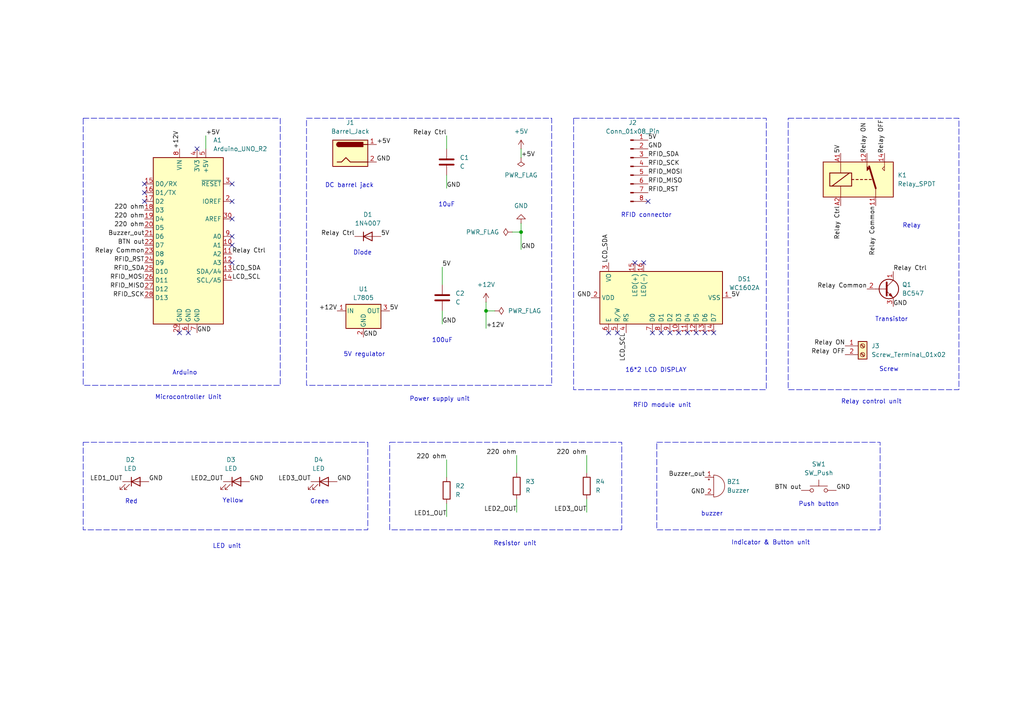
<source format=kicad_sch>
(kicad_sch (version 20250114) (generator "eeschema") (generator_version "9.0")
  (paper "A4")
  (lib_symbols
    (symbol "Connector:Barrel_Jack" (pin_names (offset 1.016))
      (property "Reference" "J" (at 0 5.334 0))
      (property "Value" "Barrel_Jack" (at 0 -5.08 0))
      (symbol "Barrel_Jack_0_1"
        (rectangle (start -5.08 3.81) (end 5.08 -3.81) (stroke (width 0.254)) (fill (type background)))
        (polyline (pts (xy -3.81 -2.54) (xy -2.54 -2.54) (xy -1.27 -1.27) (xy 0 -2.54) (xy 2.54 -2.54) (xy 5.08 -2.54)) (stroke (width 0.254)))
        (arc (start -3.302 1.905) (mid -3.9343 2.54) (end -3.302 3.175) (stroke (width 0.254)))
        (arc (start -3.302 1.905) (mid -3.9343 2.54) (end -3.302 3.175) (stroke (width 0.254)) (fill (type outline)))
        (rectangle (start 3.683 3.175) (end -3.302 1.905) (stroke (width 0.254)) (fill (type outline)))
        (polyline (pts (xy 5.08 2.54) (xy 3.81 2.54)) (stroke (width 0.254)))
      )
      (symbol "Barrel_Jack_1_1"
        (pin passive line (at 7.62 2.54 180) (length 2.54) (name "~") (number "1"))
        (pin passive line (at 7.62 -2.54 180) (length 2.54) (name "~") (number "2"))
      )
    )
    (symbol "Connector:Conn_01x08_Pin" (pin_names (offset 1.016) (hide yes))
      (property "Reference" "J" (at 0 10.16 0))
      (property "Value" "Conn_01x08_Pin" (at 0 -12.7 0))
      (symbol "Conn_01x08_Pin_1_1"
        (rectangle (start 0.8636 7.747) (end 0 7.493) (stroke (width 0.1524)) (fill (type outline)))
        (rectangle (start 0.8636 5.207) (end 0 4.953) (stroke (width 0.1524)) (fill (type outline)))
        (rectangle (start 0.8636 2.667) (end 0 2.413) (stroke (width 0.1524)) (fill (type outline)))
        (rectangle (start 0.8636 0.127) (end 0 -0.127) (stroke (width 0.1524)) (fill (type outline)))
        (rectangle (start 0.8636 -2.413) (end 0 -2.667) (stroke (width 0.1524)) (fill (type outline)))
        (rectangle (start 0.8636 -4.953) (end 0 -5.207) (stroke (width 0.1524)) (fill (type outline)))
        (rectangle (start 0.8636 -7.493) (end 0 -7.747) (stroke (width 0.1524)) (fill (type outline)))
        (rectangle (start 0.8636 -10.033) (end 0 -10.287) (stroke (width 0.1524)) (fill (type outline)))
        (polyline (pts (xy 1.27 7.62) (xy 0.8636 7.62)) (stroke (width 0.1524)))
        (polyline (pts (xy 1.27 5.08) (xy 0.8636 5.08)) (stroke (width 0.1524)))
        (polyline (pts (xy 1.27 2.54) (xy 0.8636 2.54)) (stroke (width 0.1524)))
        (polyline (pts (xy 1.27 0) (xy 0.8636 0)) (stroke (width 0.1524)))
        (polyline (pts (xy 1.27 -2.54) (xy 0.8636 -2.54)) (stroke (width 0.1524)))
        (polyline (pts (xy 1.27 -5.08) (xy 0.8636 -5.08)) (stroke (width 0.1524)))
        (polyline (pts (xy 1.27 -7.62) (xy 0.8636 -7.62)) (stroke (width 0.1524)))
        (polyline (pts (xy 1.27 -10.16) (xy 0.8636 -10.16)) (stroke (width 0.1524)))
        (pin passive line (at 5.08 7.62 180) (length 3.81) (name "Pin_1") (number "1"))
        (pin passive line (at 5.08 5.08 180) (length 3.81) (name "Pin_2") (number "2"))
        (pin passive line (at 5.08 2.54 180) (length 3.81) (name "Pin_3") (number "3"))
        (pin passive line (at 5.08 0 180) (length 3.81) (name "Pin_4") (number "4"))
        (pin passive line (at 5.08 -2.54 180) (length 3.81) (name "Pin_5") (number "5"))
        (pin passive line (at 5.08 -5.08 180) (length 3.81) (name "Pin_6") (number "6"))
        (pin passive line (at 5.08 -7.62 180) (length 3.81) (name "Pin_7") (number "7"))
        (pin passive line (at 5.08 -10.16 180) (length 3.81) (name "Pin_8") (number "8"))
      )
    )
    (symbol "Connector:Screw_Terminal_01x02" (pin_names (offset 1.016) (hide yes))
      (property "Reference" "J" (at 0 2.54 0))
      (property "Value" "Screw_Terminal_01x02" (at 0 -5.08 0))
      (symbol "Screw_Terminal_01x02_1_1"
        (rectangle (start -1.27 1.27) (end 1.27 -3.81) (stroke (width 0.254)) (fill (type background)))
        (polyline (pts (xy -0.5334 0.3302) (xy 0.3302 -0.508)) (stroke (width 0.1524)))
        (polyline (pts (xy -0.5334 -2.2098) (xy 0.3302 -3.048)) (stroke (width 0.1524)))
        (polyline (pts (xy -0.3556 0.508) (xy 0.508 -0.3302)) (stroke (width 0.1524)))
        (polyline (pts (xy -0.3556 -2.032) (xy 0.508 -2.8702)) (stroke (width 0.1524)))
        (circle (center 0 0) (radius 0.635) (stroke (width 0.1524)))
        (circle (center 0 -2.54) (radius 0.635) (stroke (width 0.1524)))
        (pin passive line (at -5.08 0 0) (length 3.81) (name "Pin_1") (number "1"))
        (pin passive line (at -5.08 -2.54 0) (length 3.81) (name "Pin_2") (number "2"))
      )
    )
    (symbol "Device:Buzzer" (pin_names (offset 0.0254) (hide yes))
      (property "Reference" "BZ" (at 3.81 1.27 0))
      (property "Value" "Buzzer" (at 3.81 -1.27 0))
      (symbol "Buzzer_0_1"
        (polyline (pts (xy -1.651 1.905) (xy -1.143 1.905)))
        (polyline (pts (xy -1.397 2.159) (xy -1.397 1.651)))
        (arc (start 0 3.175) (mid 3.1612 0) (end 0 -3.175))
        (polyline (pts (xy 0 3.175) (xy 0 -3.175)))
      )
      (symbol "Buzzer_1_1"
        (pin passive line (at -2.54 2.54 0) (length 2.54) (name "+") (number "1"))
        (pin passive line (at -2.54 -2.54 0) (length 2.54) (name "-") (number "2"))
      )
    )
    (symbol "Device:C" (pin_numbers (hide yes)) (pin_names (offset 0.254))
      (property "Reference" "C" (at 0.635 2.54 0))
      (property "Value" "C" (at 0.635 -2.54 0))
      (symbol "C_0_1"
        (polyline (pts (xy -2.032 0.762) (xy 2.032 0.762)) (stroke (width 0.508)))
        (polyline (pts (xy -2.032 -0.762) (xy 2.032 -0.762)) (stroke (width 0.508)))
      )
      (symbol "C_1_1"
        (pin passive line (at 0 3.81 270) (length 2.794) (name "~") (number "1"))
        (pin passive line (at 0 -3.81 90) (length 2.794) (name "~") (number "2"))
      )
    )
    (symbol "Device:LED" (pin_numbers (hide yes)) (pin_names (offset 1.016) (hide yes))
      (property "Reference" "D" (at 0 2.54 0))
      (property "Value" "LED" (at 0 -2.54 0))
      (symbol "LED_0_1"
        (polyline (pts (xy -3.048 -0.762) (xy -4.572 -2.286) (xy -3.81 -2.286) (xy -4.572 -2.286) (xy -4.572 -1.524)))
        (polyline (pts (xy -1.778 -0.762) (xy -3.302 -2.286) (xy -2.54 -2.286) (xy -3.302 -2.286) (xy -3.302 -1.524)))
        (polyline (pts (xy -1.27 0) (xy 1.27 0)))
        (polyline (pts (xy -1.27 -1.27) (xy -1.27 1.27)) (stroke (width 0.254)))
        (polyline (pts (xy 1.27 -1.27) (xy 1.27 1.27) (xy -1.27 0) (xy 1.27 -1.27)) (stroke (width 0.254)))
      )
      (symbol "LED_1_1"
        (pin passive line (at -3.81 0 0) (length 2.54) (name "K") (number "1"))
        (pin passive line (at 3.81 0 180) (length 2.54) (name "A") (number "2"))
      )
    )
    (symbol "Device:R" (pin_numbers (hide yes)) (pin_names (offset 0))
      (property "Reference" "R" (at 2.032 0 90))
      (property "Value" "R" (at 0 0 90))
      (symbol "R_0_1"
        (rectangle (start -1.016 -2.54) (end 1.016 2.54) (stroke (width 0.254)))
      )
      (symbol "R_1_1"
        (pin passive line (at 0 3.81 270) (length 1.27) (name "~") (number "1"))
        (pin passive line (at 0 -3.81 90) (length 1.27) (name "~") (number "2"))
      )
    )
    (symbol "Diode:1N4007" (pin_numbers (hide yes)) (pin_names (hide yes))
      (property "Reference" "D" (at 0 2.54 0))
      (property "Value" "1N4007" (at 0 -2.54 0))
      (symbol "1N4007_0_1"
        (polyline (pts (xy -1.27 1.27) (xy -1.27 -1.27)) (stroke (width 0.254)))
        (polyline (pts (xy 1.27 1.27) (xy 1.27 -1.27) (xy -1.27 0) (xy 1.27 1.27)) (stroke (width 0.254)))
        (polyline (pts (xy 1.27 0) (xy -1.27 0)))
      )
      (symbol "1N4007_1_1"
        (pin passive line (at -3.81 0 0) (length 2.54) (name "K") (number "1"))
        (pin passive line (at 3.81 0 180) (length 2.54) (name "A") (number "2"))
      )
    )
    (symbol "Display_Character:WC1602A"
      (property "Reference" "DS" (at -5.842 19.05 0))
      (property "Value" "WC1602A" (at 5.334 19.05 0))
      (symbol "WC1602A_1_1"
        (rectangle (start -7.62 17.78) (end 7.62 -17.78) (stroke (width 0.254)) (fill (type background)))
        (pin input line (at -10.16 15.24 0) (length 2.54) (name "E") (number "6"))
        (pin input line (at -10.16 12.7 0) (length 2.54) (name "R/W") (number "5"))
        (pin input line (at -10.16 10.16 0) (length 2.54) (name "RS") (number "4"))
        (pin input line (at -10.16 2.54 0) (length 2.54) (name "D0") (number "7"))
        (pin input line (at -10.16 0 0) (length 2.54) (name "D1") (number "8"))
        (pin input line (at -10.16 -2.54 0) (length 2.54) (name "D2") (number "9"))
        (pin input line (at -10.16 -5.08 0) (length 2.54) (name "D3") (number "10"))
        (pin input line (at -10.16 -7.62 0) (length 2.54) (name "D4") (number "11"))
        (pin input line (at -10.16 -10.16 0) (length 2.54) (name "D5") (number "12"))
        (pin input line (at -10.16 -12.7 0) (length 2.54) (name "D6") (number "13"))
        (pin input line (at -10.16 -15.24 0) (length 2.54) (name "D7") (number "14"))
        (pin power_in line (at 0 20.32 270) (length 2.54) (name "VDD") (number "2"))
        (pin power_in line (at 0 -20.32 90) (length 2.54) (name "VSS") (number "1"))
        (pin input line (at 10.16 15.24 180) (length 2.54) (name "VO") (number "3"))
        (pin power_in line (at 10.16 7.62 180) (length 2.54) (name "LED(+)") (number "15"))
        (pin power_in line (at 10.16 5.08 180) (length 2.54) (name "LED(-)") (number "16"))
      )
    )
    (symbol "MCU_Module:Arduino_UNO_R2"
      (property "Reference" "A1" (at 7.2233 27.94 0))
      (property "Value" "Arduino_UNO_R2" (at 7.2233 25.4 0))
      (symbol "Arduino_UNO_R2_0_1"
        (rectangle (start -10.16 22.86) (end 10.16 -25.4) (stroke (width 0.254)) (fill (type background)))
      )
      (symbol "Arduino_UNO_R2_1_1"
        (pin bidirectional line (at -12.7 15.24 0) (length 2.54) (name "D0/RX") (number "15"))
        (pin bidirectional line (at -12.7 12.7 0) (length 2.54) (name "D1/TX") (number "16"))
        (pin bidirectional line (at -12.7 10.16 0) (length 2.54) (name "D2") (number "17"))
        (pin bidirectional line (at -12.7 7.62 0) (length 2.54) (name "D3") (number "18"))
        (pin bidirectional line (at -12.7 5.08 0) (length 2.54) (name "D4") (number "19"))
        (pin bidirectional line (at -12.7 2.54 0) (length 2.54) (name "D5") (number "20"))
        (pin bidirectional line (at -12.7 0 0) (length 2.54) (name "D6") (number "21"))
        (pin bidirectional line (at -12.7 -2.54 0) (length 2.54) (name "D7") (number "22"))
        (pin bidirectional line (at -12.7 -5.08 0) (length 2.54) (name "D8") (number "23"))
        (pin bidirectional line (at -12.7 -7.62 0) (length 2.54) (name "D9") (number "24"))
        (pin bidirectional line (at -12.7 -10.16 0) (length 2.54) (name "D10") (number "25"))
        (pin bidirectional line (at -12.7 -12.7 0) (length 2.54) (name "D11") (number "26"))
        (pin bidirectional line (at -12.7 -15.24 0) (length 2.54) (name "D12") (number "27"))
        (pin bidirectional line (at -12.7 -17.78 0) (length 2.54) (name "D13") (number "28"))
        (pin no_connect line (at -10.16 -20.32 0) (length 2.54) (hide yes) (name "NC") (number "1"))
        (pin power_in line (at -2.54 25.4 270) (length 2.54) (name "VIN") (number "8"))
        (pin power_in line (at -2.54 -27.94 90) (length 2.54) (name "GND") (number "29"))
        (pin power_in line (at 0 -27.94 90) (length 2.54) (name "GND") (number "6"))
        (pin power_out line (at 2.54 25.4 270) (length 2.54) (name "3V3") (number "4"))
        (pin power_in line (at 2.54 -27.94 90) (length 2.54) (name "GND") (number "7"))
        (pin power_in line (at 5.08 25.4 270) (length 2.54) (name "+5V") (number "5"))
        (pin input line (at 12.7 15.24 180) (length 2.54) (name "~{RESET}") (number "3"))
        (pin output line (at 12.7 10.16 180) (length 2.54) (name "IOREF") (number "2"))
        (pin input line (at 12.7 5.08 180) (length 2.54) (name "AREF") (number "30"))
        (pin bidirectional line (at 12.7 0 180) (length 2.54) (name "A0") (number "9"))
        (pin bidirectional line (at 12.7 -2.54 180) (length 2.54) (name "A1") (number "10"))
        (pin bidirectional line (at 12.7 -5.08 180) (length 2.54) (name "A2") (number "11"))
        (pin bidirectional line (at 12.7 -7.62 180) (length 2.54) (name "A3") (number "12"))
        (pin bidirectional line (at 12.7 -10.16 180) (length 2.54) (name "SDA/A4") (number "13"))
        (pin bidirectional line (at 12.7 -12.7 180) (length 2.54) (name "SCL/A5") (number "14"))
      )
    )
    (symbol "Regulator_Linear:L7805" (pin_names (offset 0.254))
      (property "Reference" "U" (at -3.81 3.175 0))
      (property "Value" "L7805" (at 0 3.175 0))
      (symbol "L7805_0_1"
        (rectangle (start -5.08 1.905) (end 5.08 -5.08) (stroke (width 0.254)) (fill (type background)))
      )
      (symbol "L7805_1_1"
        (pin power_in line (at -7.62 0 0) (length 2.54) (name "IN") (number "1"))
        (pin power_in line (at 0 -7.62 90) (length 2.54) (name "GND") (number "2"))
        (pin power_out line (at 7.62 0 180) (length 2.54) (name "OUT") (number "3"))
      )
    )
    (symbol "Relay:Relay_SPDT"
      (property "Reference" "K" (at 11.43 3.81 0))
      (property "Value" "Relay_SPDT" (at 11.43 1.27 0))
      (symbol "Relay_SPDT_0_0"
        (polyline (pts (xy 7.62 5.08) (xy 7.62 2.54) (xy 6.985 3.175) (xy 7.62 3.81)))
      )
      (symbol "Relay_SPDT_0_1"
        (rectangle (start -10.16 5.08) (end 10.16 -5.08) (stroke (width 0.254)) (fill (type background)))
        (rectangle (start -8.255 1.905) (end -1.905 -1.905) (stroke (width 0.254)))
        (polyline (pts (xy -7.62 -1.905) (xy -2.54 1.905)) (stroke (width 0.254)))
        (polyline (pts (xy -5.08 5.08) (xy -5.08 1.905)))
        (polyline (pts (xy -5.08 -5.08) (xy -5.08 -1.905)))
        (polyline (pts (xy -1.905 0) (xy -1.27 0)) (stroke (width 0.254)))
        (polyline (pts (xy -0.635 0) (xy 0 0)) (stroke (width 0.254)))
        (polyline (pts (xy 0.635 0) (xy 1.27 0)) (stroke (width 0.254)))
        (polyline (pts (xy 1.905 0) (xy 2.54 0)) (stroke (width 0.254)))
        (polyline (pts (xy 2.54 5.08) (xy 2.54 2.54) (xy 3.175 3.175) (xy 2.54 3.81)) (fill (type outline)))
        (polyline (pts (xy 3.175 0) (xy 3.81 0)) (stroke (width 0.254)))
        (polyline (pts (xy 5.08 -2.54) (xy 3.175 3.81)) (stroke (width 0.508)))
        (polyline (pts (xy 5.08 -2.54) (xy 5.08 -5.08)))
      )
      (symbol "Relay_SPDT_1_1"
        (pin passive line (at -5.08 7.62 270) (length 2.54) (name "~") (number "A1"))
        (pin passive line (at -5.08 -7.62 90) (length 2.54) (name "~") (number "A2"))
        (pin passive line (at 2.54 7.62 270) (length 2.54) (name "~") (number "12"))
        (pin passive line (at 5.08 -7.62 90) (length 2.54) (name "~") (number "11"))
        (pin passive line (at 7.62 7.62 270) (length 2.54) (name "~") (number "14"))
      )
    )
    (symbol "Switch:SW_Push" (pin_numbers (hide yes)) (pin_names (offset 1.016) (hide yes))
      (property "Reference" "SW" (at 1.27 2.54 0))
      (property "Value" "SW_Push" (at 0 -1.524 0))
      (symbol "SW_Push_0_1"
        (circle (center -2.032 0) (radius 0.508))
        (polyline (pts (xy 0 1.27) (xy 0 3.048)))
        (circle (center 2.032 0) (radius 0.508))
        (polyline (pts (xy 2.54 1.27) (xy -2.54 1.27)))
        (pin passive line (at -5.08 0 0) (length 2.54) (name "1") (number "1"))
        (pin passive line (at 5.08 0 180) (length 2.54) (name "2") (number "2"))
      )
    )
    (symbol "Transistor_BJT:BC547" (pin_names (offset 0) (hide yes))
      (property "Reference" "Q" (at 5.08 1.905 0))
      (property "Value" "BC547" (at 5.08 0 0))
      (symbol "BC547_0_1"
        (polyline (pts (xy -2.54 0) (xy 0.635 0)))
        (polyline (pts (xy 0.635 1.905) (xy 0.635 -1.905)) (stroke (width 0.508)))
        (circle (center 1.27 0) (radius 2.8194) (stroke (width 0.254)))
      )
      (symbol "BC547_1_1"
        (polyline (pts (xy 0.635 0.635) (xy 2.54 2.54)))
        (polyline (pts (xy 0.635 -0.635) (xy 2.54 -2.54)))
        (polyline (pts (xy 1.27 -1.778) (xy 1.778 -1.27) (xy 2.286 -2.286) (xy 1.27 -1.778)) (fill (type outline)))
        (pin input line (at -5.08 0 0) (length 2.54) (name "B") (number "2"))
        (pin passive line (at 2.54 5.08 270) (length 2.54) (name "C") (number "1"))
        (pin passive line (at 2.54 -5.08 90) (length 2.54) (name "E") (number "3"))
      )
    )
    (symbol "power:+12V" (power) (pin_numbers (hide yes)) (pin_names (offset 0) (hide yes))
      (property "Value" "+12V" (at 0 3.556 0))
      (symbol "+12V_0_1"
        (polyline (pts (xy -0.762 1.27) (xy 0 2.54)))
        (polyline (pts (xy 0 2.54) (xy 0.762 1.27)))
        (polyline (pts (xy 0 0) (xy 0 2.54)))
      )
      (symbol "+12V_1_1"
        (pin power_in line (at 0 0 90) (length 0) (name "~") (number "1"))
      )
    )
    (symbol "power:+5V" (power) (pin_numbers (hide yes)) (pin_names (offset 0) (hide yes))
      (property "Value" "+5V" (at 0 3.556 0))
      (symbol "+5V_0_1"
        (polyline (pts (xy -0.762 1.27) (xy 0 2.54)))
        (polyline (pts (xy 0 2.54) (xy 0.762 1.27)))
        (polyline (pts (xy 0 0) (xy 0 2.54)))
      )
      (symbol "+5V_1_1"
        (pin power_in line (at 0 0 90) (length 0) (name "~") (number "1"))
      )
    )
    (symbol "power:GND" (power) (pin_numbers (hide yes)) (pin_names (offset 0) (hide yes))
      (property "Value" "GND" (at 0 -3.81 0))
      (symbol "GND_0_1"
        (polyline (pts (xy 0 0) (xy 0 -1.27) (xy 1.27 -1.27) (xy 0 -2.54) (xy -1.27 -1.27) (xy 0 -1.27)))
      )
      (symbol "GND_1_1"
        (pin power_in line (at 0 0 270) (length 0) (name "~") (number "1"))
      )
    )
    (symbol "power:PWR_FLAG" (power) (pin_numbers (hide yes)) (pin_names (offset 0) (hide yes))
      (property "Value" "PWR_FLAG" (at 0 3.81 0))
      (symbol "PWR_FLAG_0_0"
        (pin power_out line (at 0 0 90) (length 0) (name "~") (number "1"))
      )
      (symbol "PWR_FLAG_0_1"
        (polyline (pts (xy 0 0) (xy 0 1.27) (xy -1.016 1.905) (xy 0 2.54) (xy 1.016 1.905) (xy 0 1.27)))
      )
    )
  )
  (rectangle (start 113.03 128.27) (end 180.34 153.67) (stroke (width 0) (type dash)))
  (rectangle (start 166.37 34.29) (end 222.25 113.03) (stroke (width 0) (type dash)))
  (rectangle (start 24.13 128.27) (end 106.68 153.67) (stroke (width 0) (type dash)))
  (rectangle (start 228.6 34.29) (end 278.13 113.03) (stroke (width 0) (type dash)))
  (rectangle (start 190.5 128.27) (end 255.27 153.67) (stroke (width 0) (type dash)))
  (rectangle (start 88.9 34.29) (end 160.02 111.76) (stroke (width 0) (type dash)))
  (rectangle (start 24.13 34.29) (end 81.28 111.76) (stroke (width 0) (type dash)))
  (text "RFID module unit" (at 192.024 117.602 0) (effects (font (size 1.27 1.27))))
  (text "Relay control unit" (at 252.73 116.586 0) (effects (font (size 1.27 1.27))))
  (text "Red" (at 38.1 145.542 0) (effects (font (size 1.27 1.27))))
  (text "Green" (at 92.71 145.542 0) (effects (font (size 1.27 1.27))))
  (text "16*2 LCD DISPLAY" (at 190.246 107.442 0) (effects (font (size 1.27 1.27))))
  (text "Screw" (at 257.81 107.188 0) (effects (font (size 1.27 1.27))))
  (text "5V regulator" (at 105.664 102.87 0) (effects (font (size 1.27 1.27))))
  (text "Push button" (at 237.49 146.304 0) (effects (font (size 1.27 1.27))))
  (text "Microcontroller Unit" (at 54.61 115.316 0) (effects (font (size 1.27 1.27))))
  (text "Arduino" (at 53.594 108.204 0) (effects (font (size 1.27 1.27))))
  (text "Yellow" (at 67.564 145.288 0) (effects (font (size 1.27 1.27))))
  (text "10uF" (at 129.54 59.436 0) (effects (font (size 1.27 1.27))))
  (text "LED unit" (at 65.786 158.496 0) (effects (font (size 1.27 1.27))))
  (text "Transistor" (at 258.572 92.71 0) (effects (font (size 1.27 1.27))))
  (text "buzzer" (at 206.502 149.098 0) (effects (font (size 1.27 1.27))))
  (text "Resistor unit" (at 149.352 157.734 0) (effects (font (size 1.27 1.27))))
  (text "Diode" (at 105.156 73.406 0) (effects (font (size 1.27 1.27))))
  (text "Power supply unit" (at 127.508 115.824 0) (effects (font (size 1.27 1.27))))
  (text "100uF" (at 128.27 98.806 0) (effects (font (size 1.27 1.27))))
  (text "Relay" (at 264.414 65.532 0) (effects (font (size 1.27 1.27))))
  (text "DC barrel jack" (at 101.346 53.848 0) (effects (font (size 1.27 1.27))))
  (text "RFID connector" (at 187.452 62.484 0) (effects (font (size 1.27 1.27))))
  (text "Indicator & Button unit" (at 223.52 157.48 0) (effects (font (size 1.27 1.27))))
  (junction (at 151.13 67.31))
  (junction (at 140.97 90.17))
  (no_connect (at 67.31 71.12))
  (no_connect (at 67.31 76.2))
  (no_connect (at 41.91 58.42))
  (no_connect (at 54.61 96.52))
  (no_connect (at 67.31 68.58))
  (no_connect (at 189.23 96.52))
  (no_connect (at 186.69 76.2))
  (no_connect (at 187.96 58.42))
  (no_connect (at 191.77 96.52))
  (no_connect (at 57.15 43.18))
  (no_connect (at 201.93 96.52))
  (no_connect (at 176.53 96.52))
  (no_connect (at 67.31 58.42))
  (no_connect (at 52.07 96.52))
  (no_connect (at 41.91 53.34))
  (no_connect (at 196.85 96.52))
  (no_connect (at 204.47 96.52))
  (no_connect (at 67.31 53.34))
  (no_connect (at 194.31 96.52))
  (no_connect (at 41.91 55.88))
  (no_connect (at 67.31 63.5))
  (no_connect (at 207.01 96.52))
  (no_connect (at 179.07 96.52))
  (no_connect (at 199.39 96.52))
  (no_connect (at 184.15 76.2))
  (wire (pts (xy 151.13 43.18) (xy 151.13 45.72)))
  (wire (pts (xy 149.86 144.78) (xy 149.86 148.59)))
  (wire (pts (xy 59.69 39.37) (xy 59.69 43.18)))
  (wire (pts (xy 170.18 132.08) (xy 170.18 137.16)))
  (wire (pts (xy 149.86 132.08) (xy 149.86 137.16)))
  (wire (pts (xy 140.97 90.17) (xy 140.97 95.25)))
  (wire (pts (xy 140.97 90.17) (xy 143.51 90.17)))
  (wire (pts (xy 128.27 77.47) (xy 128.27 82.55)))
  (wire (pts (xy 129.54 133.35) (xy 129.54 138.43)))
  (wire (pts (xy 151.13 64.77) (xy 151.13 67.31)))
  (wire (pts (xy 129.54 146.05) (xy 129.54 149.86)))
  (wire (pts (xy 129.54 39.37) (xy 129.54 43.18)))
  (wire (pts (xy 170.18 144.78) (xy 170.18 148.59)))
  (wire (pts (xy 129.54 50.8) (xy 129.54 54.61)))
  (wire (pts (xy 128.27 90.17) (xy 128.27 93.98)))
  (wire (pts (xy 151.13 67.31) (xy 151.13 72.39)))
  (wire (pts (xy 148.59 67.31) (xy 151.13 67.31)))
  (wire (pts (xy 140.97 87.63) (xy 140.97 90.17)))
  (label "LED2_OUT" (at 149.86 148.59 180))
  (label "RFID_SCK" (at 187.96 48.26 0))
  (label "220 ohm" (at 149.86 132.08 180))
  (label "5V" (at 212.09 86.36 0))
  (label "GND" (at 171.45 86.36 180))
  (label "LCD_SCL" (at 67.31 81.28 0))
  (label "GND" (at 97.79 139.7 0))
  (label "220 ohm" (at 41.91 66.04 180))
  (label "+5V" (at 151.13 45.72 0))
  (label "LCD_SDA" (at 176.53 76.2 90))
  (label "BTN out" (at 232.41 142.24 180))
  (label "RFID_MISO" (at 41.91 83.82 180))
  (label "LCD_SDA" (at 67.31 78.74 0))
  (label "5V" (at 243.84 44.45 90))
  (label "RFID_RST" (at 187.96 55.88 0))
  (label "RFID_MOSI" (at 41.91 81.28 180))
  (label "LED1_OUT" (at 129.54 149.86 180))
  (label "GND" (at 151.13 72.39 0))
  (label "GND" (at 72.39 139.7 0))
  (label "Relay Ctrl" (at 129.54 39.37 180))
  (label "GND" (at 128.27 93.98 0))
  (label "Buzzer_out" (at 204.47 138.43 180))
  (label "Relay Common" (at 251.46 83.82 180))
  (label "GND" (at 259.08 88.9 0))
  (label "GND" (at 57.15 96.52 0))
  (label "Relay Ctrl" (at 102.87 68.58 180))
  (label "GND" (at 242.57 142.24 0))
  (label "GND" (at 187.96 43.18 0))
  (label "+5V" (at 109.22 41.91 0))
  (label "5V" (at 110.49 68.58 0))
  (label "Relay Ctrl" (at 67.31 73.66 0))
  (label "220 ohm" (at 41.91 63.5 180))
  (label "Relay ON" (at 251.46 44.45 90))
  (label "220 ohm" (at 41.91 60.96 180))
  (label "5V" (at 113.03 90.17 0))
  (label "Relay Common" (at 254 59.69 270))
  (label "GND" (at 204.47 143.51 180))
  (label "Relay OFF" (at 245.11 102.87 180))
  (label "+12V" (at 140.97 95.25 0))
  (label "5V" (at 128.27 77.47 0))
  (label "Relay Ctrl" (at 243.84 59.69 270))
  (label "GND" (at 43.18 139.7 0))
  (label "GND" (at 129.54 54.61 0))
  (label "+5V" (at 59.69 39.37 0))
  (label "LCD_SCL" (at 181.61 96.52 270))
  (label "GND" (at 105.41 97.79 0))
  (label "RFID_SDA" (at 41.91 78.74 180))
  (label "RFID_SDA" (at 187.96 45.72 0))
  (label "RFID_MISO" (at 187.96 53.34 0))
  (label "LED3_OUT" (at 170.18 148.59 180))
  (label "+12V" (at 97.79 90.17 180))
  (label "220 ohm" (at 170.18 132.08 180))
  (label "LED1_OUT" (at 35.56 139.7 180))
  (label "+12V" (at 52.07 43.18 90))
  (label "BTN out" (at 41.91 71.12 180))
  (label "Relay Common" (at 41.91 73.66 180))
  (label "Relay Ctrl" (at 259.08 78.74 0))
  (label "Relay OFF" (at 256.54 44.45 90))
  (label "RFID_SCK" (at 41.91 86.36 180))
  (label "Buzzer_out" (at 41.91 68.58 180))
  (label "RFID_MOSI" (at 187.96 50.8 0))
  (label "RFID_RST" (at 41.91 76.2 180))
  (label "LED2_OUT" (at 64.77 139.7 180))
  (label "GND" (at 109.22 46.99 0))
  (label "LED3_OUT" (at 90.17 139.7 180))
  (label "Relay ON" (at 245.11 100.33 180))
  (label "220 ohm" (at 129.54 133.35 180))
  (label "5V" (at 187.96 40.64 0))
  (symbol (lib_id "power:PWR_FLAG") (at 143.51 90.17 270) (unit 1)
    (property "Reference" "#FLG03" (effects (hide yes)))
    (property "Value" "PWR_FLAG" (at 147.32 90.1699 90) (effects (justify left)))
    (property "Description" "Special symbol for telling ERC where power comes from" (effects (hide yes)))
  )
  (symbol (lib_id "Relay:Relay_SPDT") (at 248.92 52.07 0) (unit 1)
    (property "Reference" "K1" (at 260.35 50.7999 0) (effects (justify left)))
    (property "Value" "Relay_SPDT" (at 260.35 53.3399 0) (effects (justify left)))
    (property "Footprint" "Relay_THT:Relay_SPDT_Hongfa_HF3F-L-xx-1ZL1T" (effects (hide yes)))
    (property "Description" "Relay SPDT, monostable, EN50005" (effects (hide yes)))
  )
  (symbol (lib_id "Device:LED") (at 93.98 139.7 0) (unit 1)
    (property "Reference" "D4" (at 92.3925 133.35 0))
    (property "Value" "LED" (at 92.3925 135.89 0))
    (property "Footprint" "LED_THT:LED_D5.0mm" (effects (hide yes)))
    (property "Description" "Light emitting diode" (effects (hide yes)))
    (property "Sim.Pins" "1=K 2=A" (effects (hide yes)))
  )
  (symbol (lib_id "Diode:1N4007") (at 106.68 68.58 0) (unit 1)
    (property "Reference" "D1" (at 106.68 62.23 0))
    (property "Value" "1N4007" (at 106.68 64.77 0))
    (property "Footprint" "Diode_THT:D_DO-41_SOD81_P10.16mm_Horizontal" (effects (hide yes)))
    (property "Datasheet" "http://www.vishay.com/docs/88503/1n4001.pdf" (effects (hide yes)))
    (property "Description" "1000V 1A General Purpose Rectifier Diode, DO-41" (effects (hide yes)))
    (property "Sim.Device" "D" (effects (hide yes)))
    (property "Sim.Pins" "1=K 2=A" (effects (hide yes)))
  )
  (symbol (lib_id "Device:Buzzer") (at 207.01 140.97 0) (unit 1)
    (property "Reference" "BZ1" (at 210.82 139.6999 0) (effects (justify left)))
    (property "Value" "Buzzer" (at 210.82 142.2399 0) (effects (justify left)))
    (property "Footprint" "Buzzer_Beeper:Buzzer_12x9.5RM7.6" (effects (hide yes)))
    (property "Description" "Buzzer, polarized" (effects (hide yes)))
  )
  (symbol (lib_id "Device:C") (at 128.27 86.36 0) (unit 1)
    (property "Reference" "C2" (at 132.08 85.0899 0) (effects (justify left)))
    (property "Value" "C" (at 132.08 87.6299 0) (effects (justify left)))
    (property "Footprint" "Capacitor_THT:CP_Radial_D5.0mm_P2.00mm" (effects (hide yes)))
    (property "Description" "Unpolarized capacitor" (effects (hide yes)))
  )
  (symbol (lib_id "Transistor_BJT:BC547") (at 256.54 83.82 0) (unit 1)
    (property "Reference" "Q1" (at 261.62 82.5499 0) (effects (justify left)))
    (property "Value" "BC547" (at 261.62 85.0899 0) (effects (justify left)))
    (property "Footprint" "Package_TO_SOT_THT:TO-92_Inline" (effects (hide yes)))
    (property "Datasheet" "https://www.onsemi.com/pub/Collateral/BC550-D.pdf" (effects (hide yes)))
    (property "Description" "0.1A Ic, 45V Vce, Small Signal NPN Transistor, TO-92" (effects (hide yes)))
  )
  (symbol (lib_id "Regulator_Linear:L7805") (at 105.41 90.17 0) (unit 1)
    (property "Reference" "U1" (at 105.41 83.82 0))
    (property "Value" "L7805" (at 105.41 86.36 0))
    (property "Footprint" "Package_TO_SOT_THT:TO-220-3_Vertical" (effects (hide yes)))
    (property "Datasheet" "http://www.st.com/content/ccc/resource/technical/document/datasheet/41/4f/b3/b0/12/d4/47/88/CD00000444.pdf/files/CD00000444.pdf/jcr:content/translations/en.CD00000444.pdf" (effects (hide yes)))
    (property "Description" "Positive 1.5A 35V Linear Regulator, Fixed Output 5V, TO-220/TO-263/TO-252" (effects (hide yes)))
  )
  (symbol (lib_id "Device:LED") (at 68.58 139.7 0) (unit 1)
    (property "Reference" "D3" (at 66.9925 133.35 0))
    (property "Value" "LED" (at 66.9925 135.89 0))
    (property "Footprint" "LED_THT:LED_D5.0mm" (effects (hide yes)))
    (property "Description" "Light emitting diode" (effects (hide yes)))
    (property "Sim.Pins" "1=K 2=A" (effects (hide yes)))
  )
  (symbol (lib_id "power:PWR_FLAG") (at 151.13 45.72 180) (unit 1)
    (property "Reference" "#FLG01" (effects (hide yes)))
    (property "Value" "PWR_FLAG" (at 151.13 50.8 0))
    (property "Description" "Special symbol for telling ERC where power comes from" (effects (hide yes)))
  )
  (symbol (lib_id "Connector:Screw_Terminal_01x02") (at 250.19 100.33 0) (unit 1)
    (property "Reference" "J3" (at 252.73 100.3299 0) (effects (justify left)))
    (property "Value" "Screw_Terminal_01x02" (at 252.73 102.8699 0) (effects (justify left)))
    (property "Footprint" "Connector_Wago:Wago_734-132_1x02_P3.50mm_Vertical" (effects (hide yes)))
    (property "Description" "Generic screw terminal, single row, 01x02, script generated (kicad-library-utils/schlib/autogen/connector/)" (effects (hide yes)))
  )
  (symbol (lib_id "Device:C") (at 129.54 46.99 0) (unit 1)
    (property "Reference" "C1" (at 133.35 45.7199 0) (effects (justify left)))
    (property "Value" "C" (at 133.35 48.2599 0) (effects (justify left)))
    (property "Footprint" "Capacitor_THT:CP_Radial_D5.0mm_P2.00mm" (effects (hide yes)))
    (property "Description" "Unpolarized capacitor" (effects (hide yes)))
  )
  (symbol (lib_id "Device:LED") (at 39.37 139.7 0) (unit 1)
    (property "Reference" "D2" (at 37.7825 133.35 0))
    (property "Value" "LED" (at 37.7825 135.89 0))
    (property "Footprint" "LED_THT:LED_D5.0mm" (effects (hide yes)))
    (property "Description" "Light emitting diode" (effects (hide yes)))
    (property "Sim.Pins" "1=K 2=A" (effects (hide yes)))
  )
  (symbol (lib_id "Device:R") (at 149.86 140.97 0) (unit 1)
    (property "Reference" "R3" (at 152.4 139.6999 0) (effects (justify left)))
    (property "Value" "R" (at 152.4 142.2399 0) (effects (justify left)))
    (property "Footprint" "Resistor_THT:R_Axial_DIN0207_L6.3mm_D2.5mm_P7.62mm_Horizontal" (effects (hide yes)))
    (property "Description" "Resistor" (effects (hide yes)))
  )
  (symbol (lib_id "Connector:Conn_01x08_Pin") (at 182.88 48.26 0) (unit 1)
    (property "Reference" "J2" (at 183.515 35.56 0))
    (property "Value" "Conn_01x08_Pin" (at 183.515 38.1 0))
    (property "Footprint" "Connector_PinHeader_2.54mm:PinHeader_1x08_P2.54mm_Horizontal" (effects (hide yes)))
    (property "Description" "Generic connector, single row, 01x08, script generated" (effects (hide yes)))
  )
  (symbol (lib_id "Display_Character:WC1602A") (at 191.77 86.36 90) (unit 1)
    (property "Reference" "DS1" (at 215.9 80.9146 90))
    (property "Value" "WC1602A" (at 215.9 83.4546 90))
    (property "Footprint" "Display:WC1602A" (effects (hide yes)))
    (property "Datasheet" "http://www.wincomlcd.com/pdf/WC1602A-SFYLYHTC06.pdf" (effects (hide yes)))
    (property "Description" "LCD 16x2 Alphanumeric , 8 bit parallel bus, 5V VDD" (effects (hide yes)))
  )
  (symbol (lib_id "Connector:Barrel_Jack") (at 101.6 44.45 0) (unit 1)
    (property "Reference" "J1" (at 101.6 35.56 0))
    (property "Value" "Barrel_Jack" (at 101.6 38.1 0))
    (property "Footprint" "Connector_BarrelJack:BarrelJack_Horizontal" (effects (hide yes)))
    (property "Description" "DC Barrel Jack" (effects (hide yes)))
  )
  (symbol (lib_id "power:+5V") (at 151.13 43.18 0) (unit 1)
    (property "Reference" "#PWR01" (effects (hide yes)))
    (property "Value" "+5V" (at 151.13 38.1 0))
    (property "Description" "Power symbol creates a global label with name \"+5V\"" (effects (hide yes)))
  )
  (symbol (lib_id "Device:R") (at 129.54 142.24 0) (unit 1)
    (property "Reference" "R2" (at 132.08 140.9699 0) (effects (justify left)))
    (property "Value" "R" (at 132.08 143.5099 0) (effects (justify left)))
    (property "Footprint" "Resistor_THT:R_Axial_DIN0207_L6.3mm_D2.5mm_P7.62mm_Horizontal" (effects (hide yes)))
    (property "Description" "Resistor" (effects (hide yes)))
  )
  (symbol (lib_id "power:PWR_FLAG") (at 148.59 67.31 90) (unit 1)
    (property "Reference" "#FLG02" (effects (hide yes)))
    (property "Value" "PWR_FLAG" (at 144.78 67.3099 90) (effects (justify left)))
    (property "Description" "Special symbol for telling ERC where power comes from" (effects (hide yes)))
  )
  (symbol (lib_id "Switch:SW_Push") (at 237.49 142.24 0) (unit 1)
    (property "Reference" "SW1" (at 237.49 134.62 0))
    (property "Value" "SW_Push" (at 237.49 137.16 0))
    (property "Footprint" "Button_Switch_THT:SW_PUSH_6mm" (effects (hide yes)))
    (property "Description" "Push button switch, generic, two pins" (effects (hide yes)))
  )
  (symbol (lib_id "Device:R") (at 170.18 140.97 0) (unit 1)
    (property "Reference" "R4" (at 172.72 139.6999 0) (effects (justify left)))
    (property "Value" "R" (at 172.72 142.2399 0) (effects (justify left)))
    (property "Footprint" "Resistor_THT:R_Axial_DIN0207_L6.3mm_D2.5mm_P7.62mm_Horizontal" (effects (hide yes)))
    (property "Description" "Resistor" (effects (hide yes)))
  )
  (symbol (lib_id "power:GND") (at 151.13 64.77 180) (unit 1)
    (property "Reference" "#PWR02" (effects (hide yes)))
    (property "Value" "GND" (at 151.13 59.69 0))
    (property "Description" "Power symbol creates a global label with name \"GND\" , ground" (effects (hide yes)))
  )
  (symbol (lib_id "MCU_Module:Arduino_UNO_R2") (at 54.61 68.58 0) (unit 1)
    (property "Reference" "A1" (at 61.8333 40.64 0) (effects (justify left)))
    (property "Value" "Arduino_UNO_R2" (at 61.8333 43.18 0) (effects (justify left)))
    (property "Footprint" "Module:Arduino_UNO_R2" (effects (hide yes)))
    (property "Datasheet" "https://www.arduino.cc/en/Main/arduinoBoardUno" (effects (hide yes)))
    (property "Description" "Arduino UNO Microcontroller Module, release 2" (effects (hide yes)))
  )
  (symbol (lib_id "power:+12V") (at 140.97 87.63 0) (unit 1)
    (property "Reference" "#PWR03" (effects (hide yes)))
    (property "Value" "+12V" (at 140.97 82.55 0))
    (property "Description" "Power symbol creates a global label with name \"+12V\"" (effects (hide yes)))
  )
)
</source>
